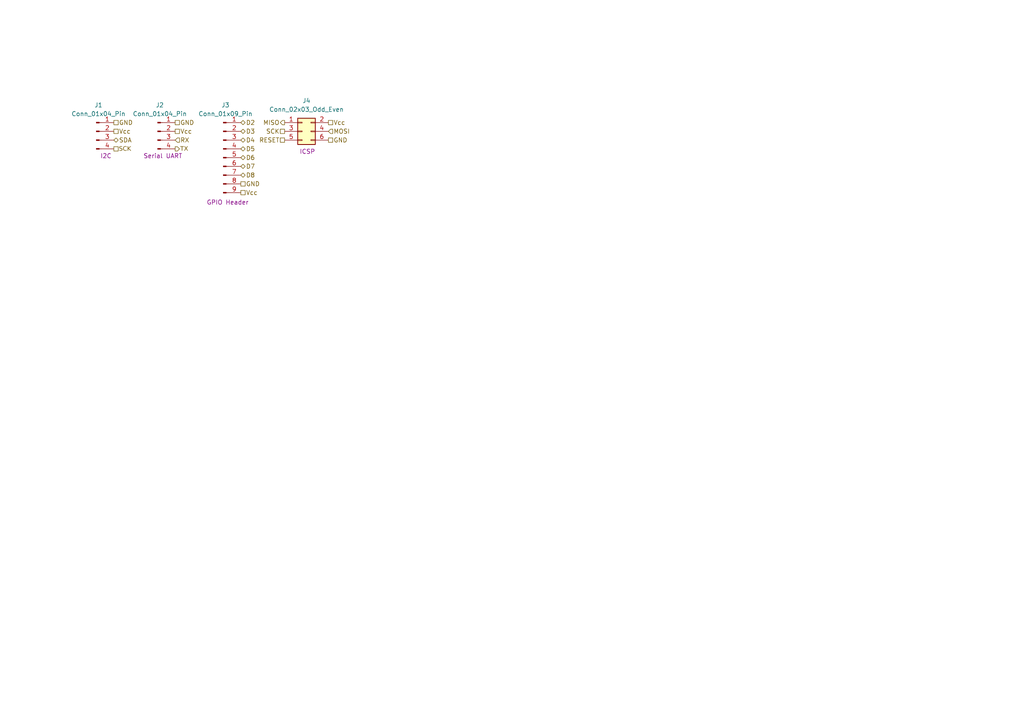
<source format=kicad_sch>
(kicad_sch (version 20250114) (generator "eeschema") (generator_version "9.0")
  (paper "A4")
  (lib_symbols
    (symbol "Connector:Conn_01x04_Pin" (pin_names (offset 1.016) (hide yes))
      (property "Reference" "J" (at 0 5.08 0))
      (property "Value" "Conn_01x04_Pin" (at 0 -7.62 0))
      (symbol "Conn_01x04_Pin_1_1"
        (rectangle (start 0.8636 2.667) (end 0 2.413) (stroke (width 0.1524)) (fill (type outline)))
        (rectangle (start 0.8636 0.127) (end 0 -0.127) (stroke (width 0.1524)) (fill (type outline)))
        (rectangle (start 0.8636 -2.413) (end 0 -2.667) (stroke (width 0.1524)) (fill (type outline)))
        (rectangle (start 0.8636 -4.953) (end 0 -5.207) (stroke (width 0.1524)) (fill (type outline)))
        (polyline (pts (xy 1.27 2.54) (xy 0.8636 2.54)) (stroke (width 0.1524)))
        (polyline (pts (xy 1.27 0) (xy 0.8636 0)) (stroke (width 0.1524)))
        (polyline (pts (xy 1.27 -2.54) (xy 0.8636 -2.54)) (stroke (width 0.1524)))
        (polyline (pts (xy 1.27 -5.08) (xy 0.8636 -5.08)) (stroke (width 0.1524)))
        (pin passive line (at 5.08 2.54 180) (length 3.81) (name "Pin_1") (number "1"))
        (pin passive line (at 5.08 0 180) (length 3.81) (name "Pin_2") (number "2"))
        (pin passive line (at 5.08 -2.54 180) (length 3.81) (name "Pin_3") (number "3"))
        (pin passive line (at 5.08 -5.08 180) (length 3.81) (name "Pin_4") (number "4"))
      )
    )
    (symbol "Connector:Conn_01x09_Pin" (pin_names (offset 1.016) (hide yes))
      (property "Reference" "J" (at 0 12.7 0))
      (property "Value" "Conn_01x09_Pin" (at 0 -12.7 0))
      (symbol "Conn_01x09_Pin_1_1"
        (rectangle (start 0.8636 10.287) (end 0 10.033) (stroke (width 0.1524)) (fill (type outline)))
        (rectangle (start 0.8636 7.747) (end 0 7.493) (stroke (width 0.1524)) (fill (type outline)))
        (rectangle (start 0.8636 5.207) (end 0 4.953) (stroke (width 0.1524)) (fill (type outline)))
        (rectangle (start 0.8636 2.667) (end 0 2.413) (stroke (width 0.1524)) (fill (type outline)))
        (rectangle (start 0.8636 0.127) (end 0 -0.127) (stroke (width 0.1524)) (fill (type outline)))
        (rectangle (start 0.8636 -2.413) (end 0 -2.667) (stroke (width 0.1524)) (fill (type outline)))
        (rectangle (start 0.8636 -4.953) (end 0 -5.207) (stroke (width 0.1524)) (fill (type outline)))
        (rectangle (start 0.8636 -7.493) (end 0 -7.747) (stroke (width 0.1524)) (fill (type outline)))
        (rectangle (start 0.8636 -10.033) (end 0 -10.287) (stroke (width 0.1524)) (fill (type outline)))
        (polyline (pts (xy 1.27 10.16) (xy 0.8636 10.16)) (stroke (width 0.1524)))
        (polyline (pts (xy 1.27 7.62) (xy 0.8636 7.62)) (stroke (width 0.1524)))
        (polyline (pts (xy 1.27 5.08) (xy 0.8636 5.08)) (stroke (width 0.1524)))
        (polyline (pts (xy 1.27 2.54) (xy 0.8636 2.54)) (stroke (width 0.1524)))
        (polyline (pts (xy 1.27 0) (xy 0.8636 0)) (stroke (width 0.1524)))
        (polyline (pts (xy 1.27 -2.54) (xy 0.8636 -2.54)) (stroke (width 0.1524)))
        (polyline (pts (xy 1.27 -5.08) (xy 0.8636 -5.08)) (stroke (width 0.1524)))
        (polyline (pts (xy 1.27 -7.62) (xy 0.8636 -7.62)) (stroke (width 0.1524)))
        (polyline (pts (xy 1.27 -10.16) (xy 0.8636 -10.16)) (stroke (width 0.1524)))
        (pin passive line (at 5.08 10.16 180) (length 3.81) (name "Pin_1") (number "1"))
        (pin passive line (at 5.08 7.62 180) (length 3.81) (name "Pin_2") (number "2"))
        (pin passive line (at 5.08 5.08 180) (length 3.81) (name "Pin_3") (number "3"))
        (pin passive line (at 5.08 2.54 180) (length 3.81) (name "Pin_4") (number "4"))
        (pin passive line (at 5.08 0 180) (length 3.81) (name "Pin_5") (number "5"))
        (pin passive line (at 5.08 -2.54 180) (length 3.81) (name "Pin_6") (number "6"))
        (pin passive line (at 5.08 -5.08 180) (length 3.81) (name "Pin_7") (number "7"))
        (pin passive line (at 5.08 -7.62 180) (length 3.81) (name "Pin_8") (number "8"))
        (pin passive line (at 5.08 -10.16 180) (length 3.81) (name "Pin_9") (number "9"))
      )
    )
    (symbol "Connector_Generic:Conn_02x03_Odd_Even" (pin_names (offset 1.016) (hide yes))
      (property "Reference" "J" (at 1.27 5.08 0))
      (property "Value" "Conn_02x03_Odd_Even" (at 1.27 -5.08 0))
      (symbol "Conn_02x03_Odd_Even_1_1"
        (rectangle (start -1.27 3.81) (end 3.81 -3.81) (stroke (width 0.254)) (fill (type background)))
        (rectangle (start -1.27 2.667) (end 0 2.413) (stroke (width 0.1524)))
        (rectangle (start -1.27 0.127) (end 0 -0.127) (stroke (width 0.1524)))
        (rectangle (start -1.27 -2.413) (end 0 -2.667) (stroke (width 0.1524)))
        (rectangle (start 3.81 2.667) (end 2.54 2.413) (stroke (width 0.1524)))
        (rectangle (start 3.81 0.127) (end 2.54 -0.127) (stroke (width 0.1524)))
        (rectangle (start 3.81 -2.413) (end 2.54 -2.667) (stroke (width 0.1524)))
        (pin passive line (at -5.08 2.54 0) (length 3.81) (name "Pin_1") (number "1"))
        (pin passive line (at -5.08 0 0) (length 3.81) (name "Pin_3") (number "3"))
        (pin passive line (at -5.08 -2.54 0) (length 3.81) (name "Pin_5") (number "5"))
        (pin passive line (at 7.62 2.54 180) (length 3.81) (name "Pin_2") (number "2"))
        (pin passive line (at 7.62 0 180) (length 3.81) (name "Pin_4") (number "4"))
        (pin passive line (at 7.62 -2.54 180) (length 3.81) (name "Pin_6") (number "6"))
      )
    )
  )
  (hierarchical_label "Vcc" (shape passive) (at 69.85 55.88 0))
  (hierarchical_label "GND" (shape passive) (at 69.85 53.34 0))
  (hierarchical_label "SCK" (shape passive) (at 82.55 38.1 180))
  (hierarchical_label "D3" (shape bidirectional) (at 69.85 38.1 0))
  (hierarchical_label "SDA" (shape bidirectional) (at 33.02 40.64 0))
  (hierarchical_label "GND" (shape passive) (at 33.02 35.56 0))
  (hierarchical_label "MOSI" (shape input) (at 95.25 38.1 0))
  (hierarchical_label "TX" (shape output) (at 50.8 43.18 0))
  (hierarchical_label "Vcc" (shape passive) (at 33.02 38.1 0))
  (hierarchical_label "Vcc" (shape passive) (at 95.25 35.56 0))
  (hierarchical_label "D5" (shape bidirectional) (at 69.85 43.18 0))
  (hierarchical_label "RX" (shape input) (at 50.8 40.64 0))
  (hierarchical_label "Vcc" (shape passive) (at 50.8 38.1 0))
  (hierarchical_label "SCK" (shape passive) (at 33.02 43.18 0))
  (hierarchical_label "D7" (shape bidirectional) (at 69.85 48.26 0))
  (hierarchical_label "GND" (shape passive) (at 50.8 35.56 0))
  (hierarchical_label "D4" (shape bidirectional) (at 69.85 40.64 0))
  (hierarchical_label "D8" (shape bidirectional) (at 69.85 50.8 0))
  (hierarchical_label "D6" (shape bidirectional) (at 69.85 45.72 0))
  (hierarchical_label "MISO" (shape output) (at 82.55 35.56 180))
  (hierarchical_label "RESET" (shape passive) (at 82.55 40.64 180))
  (hierarchical_label "D2" (shape bidirectional) (at 69.85 35.56 0))
  (hierarchical_label "GND" (shape passive) (at 95.25 40.64 0))
  (symbol (lib_id "Connector:Conn_01x09_Pin") (at 64.77 45.72 0) (unit 1)
    (property "Reference" "J3" (at 65.405 30.48 0))
    (property "Value" "Conn_01x09_Pin" (at 65.405 33.02 0))
    (property "Footprint" "Connector_PinHeader_2.54mm:PinHeader_1x09_P2.54mm_Vertical_SMD_Pin1Left" (effects (hide yes)))
    (property "Description" "Generic connector, single row, 01x09, script generated" (effects (hide yes)))
    (property "Purpose" "GPIO Header" (at 66.04 58.674 0))
  )
  (symbol (lib_id "Connector_Generic:Conn_02x03_Odd_Even") (at 87.63 38.1 0) (unit 1)
    (property "Reference" "J4" (at 88.9 29.21 0))
    (property "Value" "Conn_02x03_Odd_Even" (at 88.9 31.75 0))
    (property "Footprint" "Connector_PinHeader_2.54mm:PinHeader_2x03_P2.54mm_Vertical" (effects (hide yes)))
    (property "Description" "Generic connector, double row, 02x03, odd/even pin numbering scheme (row 1 odd numbers, row 2 even numbers), script generated (kicad-library-utils/schlib/autogen/connector/)" (effects (hide yes)))
    (property "Purpose" "ICSP" (at 89.154 43.942 0))
  )
  (symbol (lib_id "Connector:Conn_01x04_Pin") (at 27.94 38.1 0) (unit 1)
    (property "Reference" "J1" (at 28.575 30.48 0))
    (property "Value" "Conn_01x04_Pin" (at 28.575 33.02 0))
    (property "Footprint" "Connector_PinHeader_2.54mm:PinHeader_1x04_P2.54mm_Vertical" (effects (hide yes)))
    (property "Description" "Generic connector, single row, 01x04, script generated" (effects (hide yes)))
    (property "Purpose" "I2C" (at 30.734 45.212 0))
  )
  (symbol (lib_id "Connector:Conn_01x04_Pin") (at 45.72 38.1 0) (unit 1)
    (property "Reference" "J2" (at 46.355 30.48 0))
    (property "Value" "Conn_01x04_Pin" (at 46.355 33.02 0))
    (property "Footprint" "Connector_PinHeader_2.54mm:PinHeader_1x04_P2.54mm_Vertical" (effects (hide yes)))
    (property "Description" "Generic connector, single row, 01x04, script generated" (effects (hide yes)))
    (property "Purpose" "Serial UART" (at 47.244 45.212 0))
  )
)
</source>
